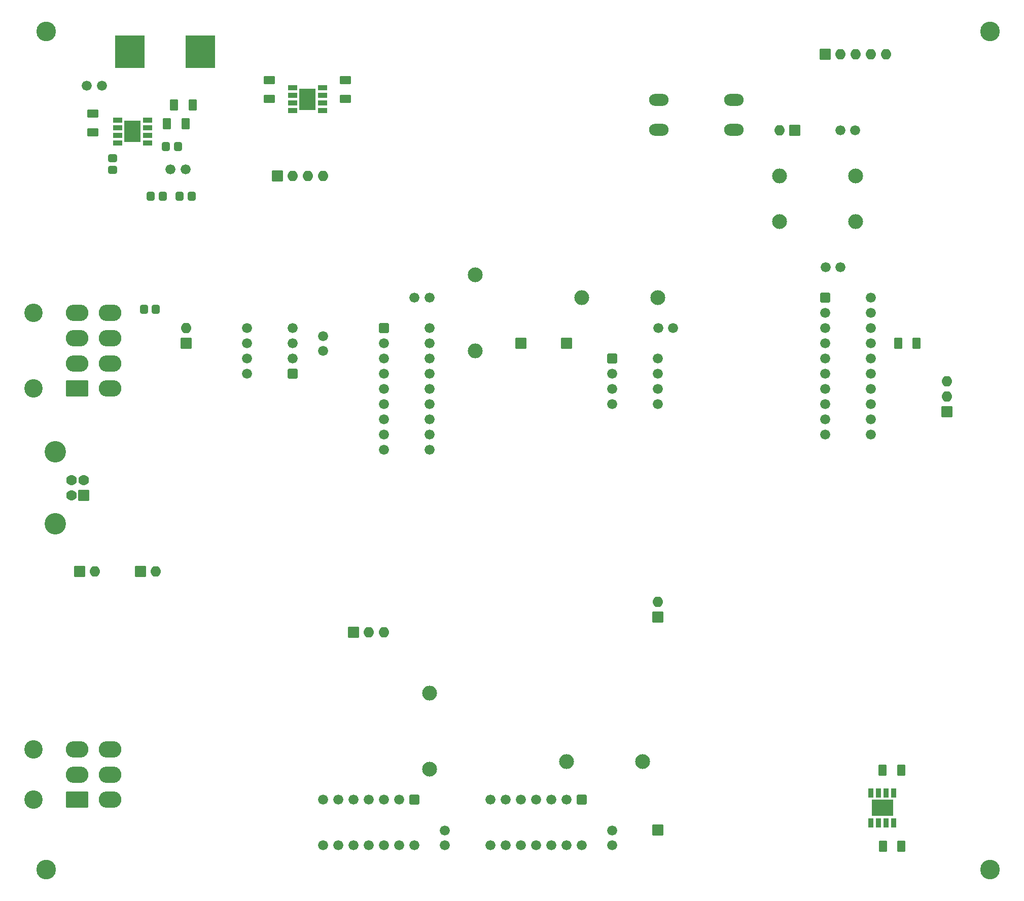
<source format=gbr>
%TF.GenerationSoftware,KiCad,Pcbnew,9.0.0*%
%TF.CreationDate,2025-09-27T10:55:47-04:00*%
%TF.ProjectId,can_gauge_interface,63616e5f-6761-4756-9765-5f696e746572,0.1*%
%TF.SameCoordinates,Original*%
%TF.FileFunction,Soldermask,Top*%
%TF.FilePolarity,Negative*%
%FSLAX46Y46*%
G04 Gerber Fmt 4.6, Leading zero omitted, Abs format (unit mm)*
G04 Created by KiCad (PCBNEW 9.0.0) date 2025-09-27 10:55:47*
%MOMM*%
%LPD*%
G01*
G04 APERTURE LIST*
G04 Aperture macros list*
%AMRoundRect*
0 Rectangle with rounded corners*
0 $1 Rounding radius*
0 $2 $3 $4 $5 $6 $7 $8 $9 X,Y pos of 4 corners*
0 Add a 4 corners polygon primitive as box body*
4,1,4,$2,$3,$4,$5,$6,$7,$8,$9,$2,$3,0*
0 Add four circle primitives for the rounded corners*
1,1,$1+$1,$2,$3*
1,1,$1+$1,$4,$5*
1,1,$1+$1,$6,$7*
1,1,$1+$1,$8,$9*
0 Add four rect primitives between the rounded corners*
20,1,$1+$1,$2,$3,$4,$5,0*
20,1,$1+$1,$4,$5,$6,$7,0*
20,1,$1+$1,$6,$7,$8,$9,0*
20,1,$1+$1,$8,$9,$2,$3,0*%
G04 Aperture macros list end*
%ADD10RoundRect,0.038000X0.850000X0.850000X-0.850000X0.850000X-0.850000X-0.850000X0.850000X-0.850000X0*%
%ADD11O,1.776000X1.776000*%
%ADD12RoundRect,0.261875X-0.576125X0.576125X-0.576125X-0.576125X0.576125X-0.576125X0.576125X0.576125X0*%
%ADD13C,1.676000*%
%ADD14RoundRect,0.038000X-0.850000X-0.850000X0.850000X-0.850000X0.850000X0.850000X-0.850000X0.850000X0*%
%ADD15RoundRect,0.038000X0.850000X-0.850000X0.850000X0.850000X-0.850000X0.850000X-0.850000X-0.850000X0*%
%ADD16RoundRect,0.265833X0.372167X0.472167X-0.372167X0.472167X-0.372167X-0.472167X0.372167X-0.472167X0*%
%ADD17RoundRect,0.265833X-0.372167X-0.472167X0.372167X-0.472167X0.372167X0.472167X-0.372167X0.472167X0*%
%ADD18RoundRect,0.038000X-0.850000X0.850000X-0.850000X-0.850000X0.850000X-0.850000X0.850000X0.850000X0*%
%ADD19RoundRect,0.264339X-0.436161X-0.673661X0.436161X-0.673661X0.436161X0.673661X-0.436161X0.673661X0*%
%ADD20RoundRect,0.261875X-0.576125X-0.576125X0.576125X-0.576125X0.576125X0.576125X-0.576125X0.576125X0*%
%ADD21C,2.476000*%
%ADD22O,2.476000X2.476000*%
%ADD23RoundRect,0.264339X0.673661X-0.436161X0.673661X0.436161X-0.673661X0.436161X-0.673661X-0.436161X0*%
%ADD24RoundRect,0.265833X-0.472167X0.372167X-0.472167X-0.372167X0.472167X-0.372167X0.472167X0.372167X0*%
%ADD25O,3.276000X1.976000*%
%ADD26C,3.076000*%
%ADD27RoundRect,0.257038X1.630962X-1.130962X1.630962X1.130962X-1.630962X1.130962X-1.630962X-1.130962X0*%
%ADD28O,3.776000X2.776000*%
%ADD29C,1.776000*%
%ADD30C,3.576000*%
%ADD31C,3.276000*%
%ADD32RoundRect,0.038000X0.401000X-0.752500X0.401000X0.752500X-0.401000X0.752500X-0.401000X-0.752500X0*%
%ADD33RoundRect,0.038000X1.751000X-1.306500X1.751000X1.306500X-1.751000X1.306500X-1.751000X-1.306500X0*%
%ADD34RoundRect,0.038000X-0.752500X-0.401000X0.752500X-0.401000X0.752500X0.401000X-0.752500X0.401000X0*%
%ADD35RoundRect,0.038000X-1.306500X-1.751000X1.306500X-1.751000X1.306500X1.751000X-1.306500X1.751000X0*%
%ADD36RoundRect,0.038000X-2.450000X-2.700000X2.450000X-2.700000X2.450000X2.700000X-2.450000X2.700000X0*%
%ADD37RoundRect,0.261875X0.576125X0.576125X-0.576125X0.576125X-0.576125X-0.576125X0.576125X-0.576125X0*%
%ADD38RoundRect,0.038000X0.752500X0.401000X-0.752500X0.401000X-0.752500X-0.401000X0.752500X-0.401000X0*%
%ADD39RoundRect,0.038000X1.306500X1.751000X-1.306500X1.751000X-1.306500X-1.751000X1.306500X-1.751000X0*%
G04 APERTURE END LIST*
D10*
%TO.C,JP5*%
X55880000Y-134620000D03*
D11*
X55880000Y-132080000D03*
%TD*%
D12*
%TO.C,U8*%
X121920000Y-210820000D03*
D13*
X119380000Y-210820000D03*
X116840000Y-210820000D03*
X114300000Y-210820000D03*
X111760000Y-210820000D03*
X109220000Y-210820000D03*
X106680000Y-210820000D03*
X106680000Y-218440000D03*
X109220000Y-218440000D03*
X111760000Y-218440000D03*
X114300000Y-218440000D03*
X116840000Y-218440000D03*
X119380000Y-218440000D03*
X121920000Y-218440000D03*
%TD*%
%TO.C,C15*%
X137160000Y-132080000D03*
X134660000Y-132080000D03*
%TD*%
D14*
%TO.C,J6*%
X111760000Y-134620000D03*
%TD*%
D15*
%TO.C,JP3*%
X38100000Y-172720000D03*
D11*
X40640000Y-172720000D03*
%TD*%
D13*
%TO.C,C13*%
X93980000Y-127000000D03*
X96480000Y-127000000D03*
%TD*%
D15*
%TO.C,J4*%
X162500000Y-86360000D03*
D11*
X165040000Y-86360000D03*
X167580000Y-86360000D03*
X170120000Y-86360000D03*
X172660000Y-86360000D03*
%TD*%
D13*
%TO.C,C16*%
X99060000Y-215940000D03*
X99060000Y-218440000D03*
%TD*%
D10*
%TO.C,JP2*%
X182880000Y-146035000D03*
D11*
X182880000Y-143495000D03*
X182880000Y-140955000D03*
%TD*%
D16*
%TO.C,R8*%
X50800000Y-128905000D03*
X48800000Y-128905000D03*
%TD*%
D17*
%TO.C,R1*%
X54745000Y-110000000D03*
X56745000Y-110000000D03*
%TD*%
D18*
%TO.C,JP1*%
X157420000Y-99060000D03*
D11*
X154880000Y-99060000D03*
%TD*%
D13*
%TO.C,C4*%
X39255000Y-91585000D03*
X41755000Y-91585000D03*
%TD*%
%TO.C,C12*%
X165040000Y-99060000D03*
X167540000Y-99060000D03*
%TD*%
D19*
%TO.C,C11*%
X174675000Y-134620000D03*
X177800000Y-134620000D03*
%TD*%
D20*
%TO.C,U4*%
X127000000Y-137160000D03*
D13*
X127000000Y-139700000D03*
X127000000Y-142240000D03*
X127000000Y-144780000D03*
X134620000Y-144780000D03*
X134620000Y-142240000D03*
X134620000Y-139700000D03*
X134620000Y-137160000D03*
%TD*%
D21*
%TO.C,R10*%
X132080000Y-204470000D03*
D22*
X119380000Y-204470000D03*
%TD*%
D10*
%TO.C,J8*%
X134620000Y-180340000D03*
D11*
X134620000Y-177800000D03*
%TD*%
D23*
%TO.C,C6*%
X69715000Y-93782500D03*
X69715000Y-90657500D03*
%TD*%
D13*
%TO.C,C5*%
X53245000Y-105555000D03*
X55745000Y-105555000D03*
%TD*%
D24*
%TO.C,R3*%
X43553000Y-103650000D03*
X43553000Y-105650000D03*
%TD*%
D25*
%TO.C,SW1*%
X134760000Y-93980000D03*
X147260000Y-93980000D03*
X134760000Y-98980000D03*
X147260000Y-98980000D03*
%TD*%
D17*
%TO.C,R2*%
X49935000Y-110000000D03*
X51935000Y-110000000D03*
%TD*%
D26*
%TO.C,J3*%
X30380000Y-210820000D03*
X30380000Y-202420000D03*
D27*
X37680000Y-210820000D03*
D28*
X37680000Y-206620000D03*
X37680000Y-202420000D03*
X43180000Y-210820000D03*
X43180000Y-206620000D03*
X43180000Y-202420000D03*
%TD*%
D21*
%TO.C,R11*%
X96520000Y-205740000D03*
D22*
X96520000Y-193040000D03*
%TD*%
D26*
%TO.C,J2*%
X30380000Y-142140000D03*
X30380000Y-129540000D03*
D27*
X37680000Y-142140000D03*
D28*
X37680000Y-137940000D03*
X37680000Y-133740000D03*
X37680000Y-129540000D03*
X43180000Y-142140000D03*
X43180000Y-137940000D03*
X43180000Y-133740000D03*
X43180000Y-129540000D03*
%TD*%
D13*
%TO.C,C14*%
X78740000Y-135890000D03*
X78740000Y-133390000D03*
%TD*%
D16*
%TO.C,R5*%
X54475000Y-101745000D03*
X52475000Y-101745000D03*
%TD*%
D12*
%TO.C,U9*%
X93980000Y-210820000D03*
D13*
X91440000Y-210820000D03*
X88900000Y-210820000D03*
X86360000Y-210820000D03*
X83820000Y-210820000D03*
X81280000Y-210820000D03*
X78740000Y-210820000D03*
X78740000Y-218440000D03*
X81280000Y-218440000D03*
X83820000Y-218440000D03*
X86360000Y-218440000D03*
X88900000Y-218440000D03*
X91440000Y-218440000D03*
X93980000Y-218440000D03*
%TD*%
D10*
%TO.C,J1*%
X38735000Y-159980000D03*
D29*
X38735000Y-157480000D03*
X36735000Y-157480000D03*
X36735000Y-159980000D03*
D30*
X34025000Y-164750000D03*
X34025000Y-152710000D03*
%TD*%
D19*
%TO.C,C8*%
X172085000Y-205861875D03*
X175210000Y-205861875D03*
%TD*%
D31*
%TO.C,H2*%
X32500000Y-222500000D03*
%TD*%
%TO.C,H3*%
X190000000Y-222500000D03*
%TD*%
D32*
%TO.C,U7*%
X170180000Y-214666875D03*
X171450000Y-214666875D03*
X172720000Y-214666875D03*
X173990000Y-214666875D03*
X173990000Y-209671875D03*
X172720000Y-209671875D03*
X171450000Y-209671875D03*
X170180000Y-209671875D03*
D33*
X172085000Y-212169375D03*
%TD*%
D31*
%TO.C,H4*%
X190000000Y-82500000D03*
%TD*%
D15*
%TO.C,J9*%
X71120000Y-106680000D03*
D11*
X73660000Y-106680000D03*
X76200000Y-106680000D03*
X78740000Y-106680000D03*
%TD*%
D15*
%TO.C,JP4*%
X48260000Y-172720000D03*
D11*
X50800000Y-172720000D03*
%TD*%
D23*
%TO.C,C1*%
X40251000Y-99370500D03*
X40251000Y-96245500D03*
%TD*%
D20*
%TO.C,U1*%
X162560000Y-127000000D03*
D13*
X162560000Y-129540000D03*
X162560000Y-132080000D03*
X162560000Y-134620000D03*
X162560000Y-137160000D03*
X162560000Y-139700000D03*
X162560000Y-142240000D03*
X162560000Y-144780000D03*
X162560000Y-147320000D03*
X162560000Y-149860000D03*
X170180000Y-149860000D03*
X170180000Y-147320000D03*
X170180000Y-144780000D03*
X170180000Y-142240000D03*
X170180000Y-139700000D03*
X170180000Y-137160000D03*
X170180000Y-134620000D03*
X170180000Y-132080000D03*
X170180000Y-129540000D03*
X170180000Y-127000000D03*
%TD*%
D34*
%TO.C,U5*%
X44400000Y-97300000D03*
X44400000Y-98570000D03*
X44400000Y-99840000D03*
X44400000Y-101110000D03*
X49395000Y-101110000D03*
X49395000Y-99840000D03*
X49395000Y-98570000D03*
X49395000Y-97300000D03*
D35*
X46897500Y-99205000D03*
%TD*%
D21*
%TO.C,R9*%
X134620000Y-127000000D03*
D22*
X121920000Y-127000000D03*
%TD*%
D36*
%TO.C,L1*%
X46416000Y-85870000D03*
X58216000Y-85870000D03*
%TD*%
D20*
%TO.C,U2*%
X88900000Y-132080000D03*
D13*
X88900000Y-134620000D03*
X88900000Y-137160000D03*
X88900000Y-139700000D03*
X88900000Y-142240000D03*
X88900000Y-144780000D03*
X88900000Y-147320000D03*
X88900000Y-149860000D03*
X88900000Y-152400000D03*
X96520000Y-152400000D03*
X96520000Y-149860000D03*
X96520000Y-147320000D03*
X96520000Y-144780000D03*
X96520000Y-142240000D03*
X96520000Y-139700000D03*
X96520000Y-137160000D03*
X96520000Y-134620000D03*
X96520000Y-132080000D03*
%TD*%
D19*
%TO.C,C3*%
X52620000Y-97935000D03*
X55745000Y-97935000D03*
%TD*%
D21*
%TO.C,R7*%
X104140000Y-123190000D03*
D22*
X104140000Y-135890000D03*
%TD*%
D13*
%TO.C,C10*%
X162600000Y-121920000D03*
X165100000Y-121920000D03*
%TD*%
D14*
%TO.C,J7*%
X119380000Y-134620000D03*
%TD*%
D19*
%TO.C,C2*%
X53840000Y-94760000D03*
X56965000Y-94760000D03*
%TD*%
D21*
%TO.C,R6*%
X167640000Y-106680000D03*
D22*
X154940000Y-106680000D03*
%TD*%
D19*
%TO.C,C9*%
X172135000Y-218561875D03*
X175260000Y-218561875D03*
%TD*%
D31*
%TO.C,H1*%
X32500000Y-82500000D03*
%TD*%
D14*
%TO.C,J10*%
X134620000Y-215900000D03*
%TD*%
D37*
%TO.C,U3*%
X73660000Y-139700000D03*
D13*
X73660000Y-137160000D03*
X73660000Y-134620000D03*
X73660000Y-132080000D03*
X66040000Y-132080000D03*
X66040000Y-134620000D03*
X66040000Y-137160000D03*
X66040000Y-139700000D03*
%TD*%
%TO.C,C17*%
X127000000Y-215940000D03*
X127000000Y-218440000D03*
%TD*%
D23*
%TO.C,C7*%
X82415000Y-93782500D03*
X82415000Y-90657500D03*
%TD*%
D38*
%TO.C,U6*%
X78605000Y-95737500D03*
X78605000Y-94467500D03*
X78605000Y-93197500D03*
X78605000Y-91927500D03*
X73610000Y-91927500D03*
X73610000Y-93197500D03*
X73610000Y-94467500D03*
X73610000Y-95737500D03*
D39*
X76107500Y-93832500D03*
%TD*%
D15*
%TO.C,J5*%
X83820000Y-182880000D03*
D11*
X86360000Y-182880000D03*
X88900000Y-182880000D03*
%TD*%
D21*
%TO.C,R4*%
X154940000Y-114300000D03*
D22*
X167640000Y-114300000D03*
%TD*%
M02*

</source>
